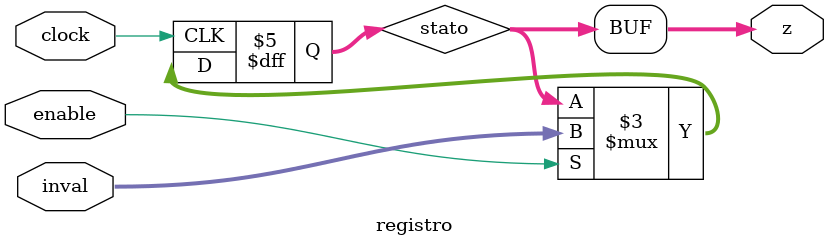
<source format=v>
module registro(output [1:N]z, input clock, input  enable, input  [1:N]inval);

   parameter N = 2;

   reg [1:N] stato;
   
   initial
     begin
	stato = 0;
     end
   
   always @(posedge clock)
     begin
	if(enable) 
	  stato <= inval;
     end

   assign
     z = stato;
   
endmodule

</source>
